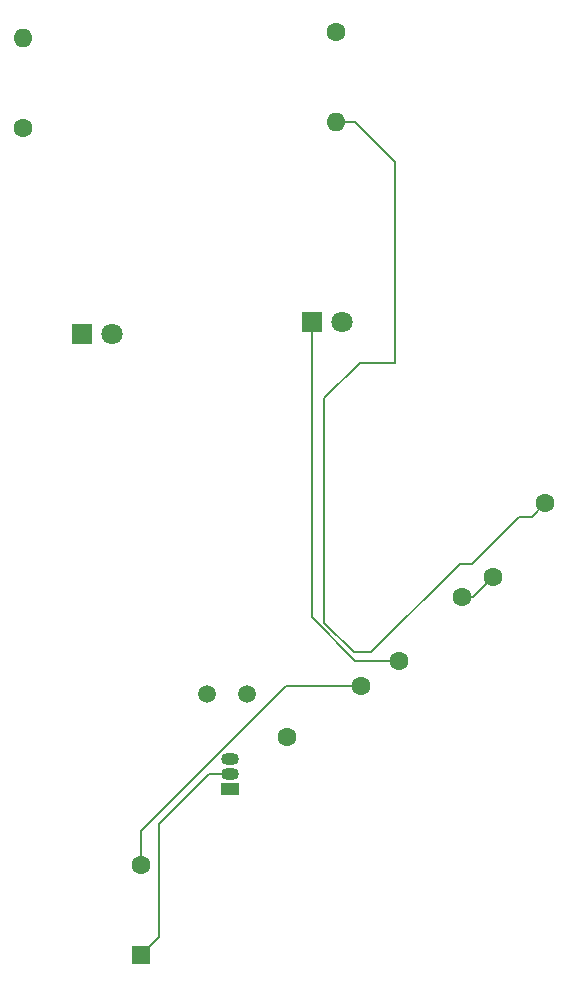
<source format=gbr>
%TF.GenerationSoftware,KiCad,Pcbnew,9.0.1*%
%TF.CreationDate,2025-04-10T00:36:23+08:00*%
%TF.ProjectId,juicePCB,6a756963-6550-4434-922e-6b696361645f,rev?*%
%TF.SameCoordinates,Original*%
%TF.FileFunction,Copper,L1,Top*%
%TF.FilePolarity,Positive*%
%FSLAX46Y46*%
G04 Gerber Fmt 4.6, Leading zero omitted, Abs format (unit mm)*
G04 Created by KiCad (PCBNEW 9.0.1) date 2025-04-10 00:36:23*
%MOMM*%
%LPD*%
G01*
G04 APERTURE LIST*
G04 Aperture macros list*
%AMRoundRect*
0 Rectangle with rounded corners*
0 $1 Rounding radius*
0 $2 $3 $4 $5 $6 $7 $8 $9 X,Y pos of 4 corners*
0 Add a 4 corners polygon primitive as box body*
4,1,4,$2,$3,$4,$5,$6,$7,$8,$9,$2,$3,0*
0 Add four circle primitives for the rounded corners*
1,1,$1+$1,$2,$3*
1,1,$1+$1,$4,$5*
1,1,$1+$1,$6,$7*
1,1,$1+$1,$8,$9*
0 Add four rect primitives between the rounded corners*
20,1,$1+$1,$2,$3,$4,$5,0*
20,1,$1+$1,$4,$5,$6,$7,0*
20,1,$1+$1,$6,$7,$8,$9,0*
20,1,$1+$1,$8,$9,$2,$3,0*%
%AMHorizOval*
0 Thick line with rounded ends*
0 $1 width*
0 $2 $3 position (X,Y) of the first rounded end (center of the circle)*
0 $4 $5 position (X,Y) of the second rounded end (center of the circle)*
0 Add line between two ends*
20,1,$1,$2,$3,$4,$5,0*
0 Add two circle primitives to create the rounded ends*
1,1,$1,$2,$3*
1,1,$1,$4,$5*%
G04 Aperture macros list end*
%TA.AperFunction,ComponentPad*%
%ADD10C,1.600000*%
%TD*%
%TA.AperFunction,ComponentPad*%
%ADD11HorizOval,1.600000X0.000000X0.000000X0.000000X0.000000X0*%
%TD*%
%TA.AperFunction,ComponentPad*%
%ADD12R,1.800000X1.800000*%
%TD*%
%TA.AperFunction,ComponentPad*%
%ADD13C,1.800000*%
%TD*%
%TA.AperFunction,ComponentPad*%
%ADD14O,1.600000X1.600000*%
%TD*%
%TA.AperFunction,ComponentPad*%
%ADD15C,1.500000*%
%TD*%
%TA.AperFunction,ComponentPad*%
%ADD16HorizOval,1.600000X0.000000X0.000000X0.000000X0.000000X0*%
%TD*%
%TA.AperFunction,ComponentPad*%
%ADD17HorizOval,1.600000X0.000000X0.000000X0.000000X0.000000X0*%
%TD*%
%TA.AperFunction,ComponentPad*%
%ADD18R,1.500000X1.050000*%
%TD*%
%TA.AperFunction,ComponentPad*%
%ADD19O,1.500000X1.050000*%
%TD*%
%TA.AperFunction,ComponentPad*%
%ADD20RoundRect,0.250000X0.550000X-0.550000X0.550000X0.550000X-0.550000X0.550000X-0.550000X-0.550000X0*%
%TD*%
%TA.AperFunction,Conductor*%
%ADD21C,0.200000*%
%TD*%
G04 APERTURE END LIST*
D10*
%TO.P,R1,1*%
%TO.N,+3V0*%
X151805844Y-119639234D03*
D11*
%TO.P,R1,2*%
%TO.N,Net-(SW1-B)*%
X158047783Y-115268581D03*
%TD*%
D12*
%TO.P,D1,1,K*%
%TO.N,Net-(D1-K)*%
X134386813Y-85453907D03*
D13*
%TO.P,D1,2,A*%
%TO.N,+3V0*%
X136926813Y-85453907D03*
%TD*%
D10*
%TO.P,R2,1*%
%TO.N,Net-(D1-K)*%
X129426813Y-68073907D03*
D14*
%TO.P,R2,2*%
%TO.N,Net-(R2-Pad2)*%
X129426813Y-60453907D03*
%TD*%
D15*
%TO.P,R6,1*%
%TO.N,Net-(Q1-B)*%
X145026813Y-115953907D03*
%TO.P,R6,2*%
%TO.N,Earth*%
X148426813Y-115953907D03*
%TD*%
D10*
%TO.P,R3,1*%
%TO.N,Net-(R2-Pad2)*%
X155926813Y-59953907D03*
D14*
%TO.P,R3,2*%
%TO.N,Net-(Q1-C)*%
X155926813Y-67573907D03*
%TD*%
D10*
%TO.P,R5,1*%
%TO.N,Net-(R4-Pad2)*%
X169241487Y-106074877D03*
D16*
%TO.P,R5,2*%
%TO.N,Net-(Q1-C)*%
X173612139Y-99832938D03*
%TD*%
D10*
%TO.P,R4,1*%
%TO.N,Net-(D2-K)*%
X161232736Y-113147984D03*
D17*
%TO.P,R4,2*%
%TO.N,Net-(R4-Pad2)*%
X166620890Y-107759830D03*
%TD*%
D12*
%TO.P,D2,1,K*%
%TO.N,Net-(D2-K)*%
X153886813Y-84453907D03*
D13*
%TO.P,D2,2,A*%
%TO.N,+3V0*%
X156426813Y-84453907D03*
%TD*%
D18*
%TO.P,Q1,1,E*%
%TO.N,Earth*%
X146926813Y-123993907D03*
D19*
%TO.P,Q1,2,B*%
%TO.N,Net-(Q1-B)*%
X146926813Y-122723907D03*
%TO.P,Q1,3,C*%
%TO.N,Net-(Q1-C)*%
X146926813Y-121453907D03*
%TD*%
D20*
%TO.P,SW1,1,A*%
%TO.N,Net-(Q1-B)*%
X139426813Y-138073907D03*
D10*
%TO.P,SW1,2,B*%
%TO.N,Net-(SW1-B)*%
X139426813Y-130453907D03*
%TD*%
D21*
%TO.N,Earth*%
X148426813Y-115953907D02*
X148926813Y-115953907D01*
%TO.N,Net-(D2-K)*%
X161232736Y-113147984D02*
X157553790Y-113147984D01*
X153886813Y-109481007D02*
X153886813Y-84453907D01*
X157553790Y-113147984D02*
X153886813Y-109481007D01*
%TO.N,Net-(Q1-B)*%
X145156813Y-122723907D02*
X146926813Y-122723907D01*
X140926813Y-136573907D02*
X140926813Y-126953907D01*
X140926813Y-126953907D02*
X145156813Y-122723907D01*
X139426813Y-138073907D02*
X140926813Y-136573907D01*
%TO.N,Net-(Q1-C)*%
X157926813Y-87953907D02*
X154926813Y-90953907D01*
X160926813Y-70953907D02*
X160926813Y-87953907D01*
X157426813Y-112453907D02*
X158926813Y-112453907D01*
X154926813Y-90953907D02*
X154926813Y-109953907D01*
X157546813Y-67573907D02*
X160926813Y-70953907D01*
X154926813Y-109953907D02*
X157426813Y-112453907D01*
X171426813Y-100953907D02*
X172491170Y-100953907D01*
X155926813Y-67573907D02*
X157546813Y-67573907D01*
X158926813Y-112453907D02*
X166426813Y-104953907D01*
X166426813Y-104953907D02*
X167426813Y-104953907D01*
X160926813Y-87953907D02*
X157926813Y-87953907D01*
X172491170Y-100953907D02*
X173612139Y-99832938D01*
X167426813Y-104953907D02*
X171426813Y-100953907D01*
%TO.N,Net-(R4-Pad2)*%
X169241487Y-106074877D02*
X167556534Y-107759830D01*
X167556534Y-107759830D02*
X166620890Y-107759830D01*
%TO.N,Net-(SW1-B)*%
X139426813Y-127560767D02*
X151718999Y-115268581D01*
X151718999Y-115268581D02*
X158047783Y-115268581D01*
X139426813Y-130453907D02*
X139426813Y-127560767D01*
%TD*%
M02*

</source>
